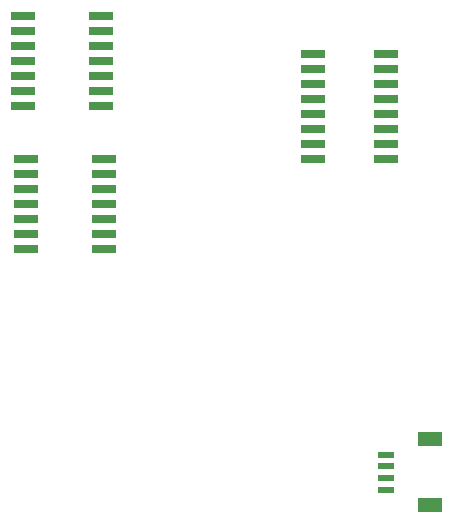
<source format=gtp>
G04 MADE WITH FRITZING*
G04 WWW.FRITZING.ORG*
G04 DOUBLE SIDED*
G04 HOLES PLATED*
G04 CONTOUR ON CENTER OF CONTOUR VECTOR*
%ASAXBY*%
%FSLAX23Y23*%
%MOIN*%
%OFA0B0*%
%SFA1.0B1.0*%
%ADD10R,0.078740X0.047244*%
%ADD11R,0.053150X0.023622*%
%ADD12R,0.080000X0.026000*%
%ADD13R,0.001000X0.001000*%
%LNPASTEMASK1*%
G90*
G70*
G54D10*
X2572Y246D03*
X2572Y466D03*
G54D11*
X2427Y297D03*
X2427Y336D03*
X2427Y376D03*
X2427Y415D03*
G54D12*
X1477Y1576D03*
X1477Y1626D03*
X1477Y1676D03*
X1477Y1726D03*
X1477Y1776D03*
X1477Y1826D03*
X1477Y1876D03*
X1216Y1876D03*
X1216Y1826D03*
X1216Y1776D03*
X1216Y1726D03*
X1216Y1676D03*
X1216Y1626D03*
X1216Y1576D03*
X1488Y1101D03*
X1488Y1151D03*
X1488Y1201D03*
X1488Y1251D03*
X1488Y1301D03*
X1488Y1351D03*
X1488Y1401D03*
X1227Y1401D03*
X1227Y1351D03*
X1227Y1301D03*
X1227Y1251D03*
X1227Y1201D03*
X1227Y1151D03*
X1227Y1101D03*
X2185Y1751D03*
X2185Y1701D03*
X2185Y1651D03*
X2185Y1601D03*
X2185Y1551D03*
X2185Y1501D03*
X2185Y1451D03*
X2185Y1401D03*
X2427Y1401D03*
X2427Y1451D03*
X2427Y1501D03*
X2427Y1551D03*
X2427Y1601D03*
X2427Y1651D03*
X2427Y1701D03*
X2427Y1751D03*
G54D13*
D02*
G04 End of PasteMask1*
M02*
</source>
